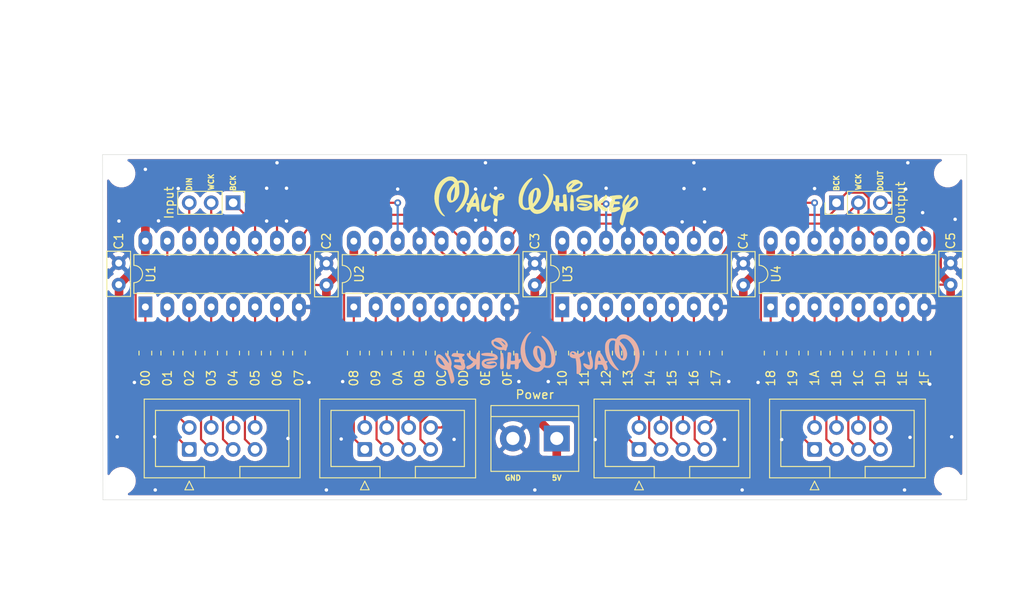
<source format=kicad_pcb>
(kicad_pcb (version 20171130) (host pcbnew "(5.1.8-0-10_14)")
  (layers (0 F.Cu signal) (31 B.Cu signal) (34 B.Paste user hide) (35 F.Paste user hide) (36 B.SilkS user) (37 F.SilkS user) (38 B.Mask user) (39 F.Mask user) (44 Edge.Cuts user))
  (net 0 "")
  (net 1 GND)
  (net 2 VCC)
  (net 3 "Net-(J1-Pad8)")
  (net 4 "Net-(J1-Pad6)")
  (net 5 "Net-(J1-Pad4)")
  (net 6 "Net-(J1-Pad2)")
  (net 7 "Net-(J1-Pad7)")
  (net 8 "Net-(J1-Pad5)")
  (net 9 "Net-(J1-Pad3)")
  (net 10 "Net-(J1-Pad1)")
  (net 11 /DIN)
  (net 12 /WCK)
  (net 13 /BCK)
  (net 14 "Net-(J3-Pad8)")
  (net 15 "Net-(J3-Pad6)")
  (net 16 "Net-(J3-Pad4)")
  (net 17 "Net-(J3-Pad2)")
  (net 18 "Net-(J3-Pad7)")
  (net 19 "Net-(J3-Pad5)")
  (net 20 "Net-(J3-Pad3)")
  (net 21 "Net-(J3-Pad1)")
  (net 22 /DOUT)
  (net 23 "Net-(J5-Pad8)")
  (net 24 "Net-(J5-Pad6)")
  (net 25 "Net-(J5-Pad4)")
  (net 26 "Net-(J5-Pad2)")
  (net 27 "Net-(J5-Pad7)")
  (net 28 "Net-(J5-Pad5)")
  (net 29 "Net-(J5-Pad3)")
  (net 30 "Net-(J5-Pad1)")
  (net 31 "Net-(J6-Pad8)")
  (net 32 "Net-(J6-Pad6)")
  (net 33 "Net-(J6-Pad4)")
  (net 34 "Net-(J6-Pad2)")
  (net 35 "Net-(J6-Pad7)")
  (net 36 "Net-(J6-Pad5)")
  (net 37 "Net-(J6-Pad3)")
  (net 38 "Net-(J6-Pad1)")
  (net 39 "Net-(R1-Pad2)")
  (net 40 "Net-(R2-Pad2)")
  (net 41 "Net-(R3-Pad2)")
  (net 42 "Net-(R4-Pad2)")
  (net 43 "Net-(R5-Pad2)")
  (net 44 "Net-(R6-Pad2)")
  (net 45 "Net-(R7-Pad2)")
  (net 46 "Net-(R8-Pad2)")
  (net 47 "Net-(R9-Pad2)")
  (net 48 "Net-(R10-Pad2)")
  (net 49 "Net-(R11-Pad2)")
  (net 50 "Net-(R12-Pad2)")
  (net 51 "Net-(R13-Pad2)")
  (net 52 "Net-(R14-Pad2)")
  (net 53 "Net-(R15-Pad2)")
  (net 54 "Net-(R16-Pad2)")
  (net 55 "Net-(R17-Pad2)")
  (net 56 "Net-(R18-Pad2)")
  (net 57 "Net-(R19-Pad2)")
  (net 58 "Net-(R20-Pad2)")
  (net 59 "Net-(R21-Pad2)")
  (net 60 "Net-(R22-Pad2)")
  (net 61 "Net-(R23-Pad2)")
  (net 62 "Net-(R24-Pad2)")
  (net 63 "Net-(R25-Pad2)")
  (net 64 "Net-(R26-Pad2)")
  (net 65 "Net-(R27-Pad2)")
  (net 66 "Net-(R28-Pad2)")
  (net 67 "Net-(R29-Pad2)")
  (net 68 "Net-(R30-Pad2)")
  (net 69 "Net-(R31-Pad2)")
  (net 70 "Net-(R32-Pad2)")
  (net 71 "Net-(U1-Pad9)")
  (net 72 "Net-(U2-Pad9)")
  (net 73 "Net-(U3-Pad9)")
  (module Symbol:MaltWhiskey (layer F.Cu) (at 106.2 44.7)
    (fp_text reference G*** hide)
    (fp_text value LOGO hide)
  )
  (module Symbol:MaltWhiskey (layer B.Cu) (at 106.4 63 180)
    (fp_text reference G*** hide)
    (fp_text value LOGO hide)
  )
  (module MountingHole:MountingHole_2.2mm_M2_DIN965 (layer F.Cu) (at 58.2 41.7)
    (fp_text reference REF**)
    (fp_text value MountingHole_2.2mm_M2_DIN965)
    (pad 1 np_thru_hole circle (at 0 0) (size 2.2 2.2) (drill 2.2) (layers *.Cu *.Mask))
  )
  (module MountingHole:MountingHole_2.2mm_M2_DIN965 (layer F.Cu) (at 58.25 77.3)
    (fp_text reference REF**)
    (fp_text value MountingHole_2.2mm_M2_DIN965)
    (pad 1 np_thru_hole circle (at 0 0) (size 2.2 2.2) (drill 2.2) (layers *.Cu *.Mask))
  )
  (module MountingHole:MountingHole_2.2mm_M2_DIN965 (layer F.Cu) (at 153.85 77.3)
    (fp_text reference REF**)
    (fp_text value MountingHole_2.2mm_M2_DIN965)
    (pad 1 np_thru_hole circle (at 0 0) (size 2.2 2.2) (drill 2.2) (layers *.Cu *.Mask))
  )
  (module MountingHole:MountingHole_2.2mm_M2_DIN965 (layer F.Cu) (at 153.85 41.7)
    (fp_text reference REF**)
    (fp_text value MountingHole_2.2mm_M2_DIN965)
    (pad 1 np_thru_hole circle (at 0 0) (size 2.2 2.2) (drill 2.2) (layers *.Cu *.Mask))
  )
  (module TerminalBlock:TerminalBlock_bornier-2_P5.08mm (layer F.Cu) (at 108.585 72.39 180)
    (fp_text reference J7)
    (fp_text value Power (at 2.54 5.08) (layer F.SilkS))
    (pad 1 thru_hole rect (at 0 0 180) (size 3 3) (drill 1.52) (layers *.Cu *.Mask) (net 2 VCC))
    (pad 2 thru_hole circle (at 5.08 0 180) (size 3 3) (drill 1.52) (layers *.Cu *.Mask) (net 1 GND))
  )
  (module Connector_PinHeader_2.54mm:PinHeader_1x03_P2.54mm_Vertical (layer F.Cu) (at 71.12 45.085 270)
    (fp_text reference J2)
    (fp_text value Input (at 0 7.41 90) (layer F.SilkS))
    (pad 3 thru_hole oval (at 0 5.08 270) (size 1.7 1.7) (drill 1) (layers *.Cu *.Mask) (net 11 /DIN))
    (pad 2 thru_hole oval (at 0 2.54 270) (size 1.7 1.7) (drill 1) (layers *.Cu *.Mask) (net 12 /WCK))
    (pad 1 thru_hole rect (at 0 0 270) (size 1.7 1.7) (drill 1) (layers *.Cu *.Mask) (net 13 /BCK))
  )
  (module Connector_PinHeader_2.54mm:PinHeader_1x03_P2.54mm_Vertical (layer F.Cu) (at 140.97 45.085 90)
    (fp_text reference J4)
    (fp_text value Output (at 0 7.41 90) (layer F.SilkS))
    (pad 3 thru_hole oval (at 0 5.08 90) (size 1.7 1.7) (drill 1) (layers *.Cu *.Mask) (net 22 /DOUT))
    (pad 2 thru_hole oval (at 0 2.54 90) (size 1.7 1.7) (drill 1) (layers *.Cu *.Mask) (net 12 /WCK))
    (pad 1 thru_hole rect (at 0 0 90) (size 1.7 1.7) (drill 1) (layers *.Cu *.Mask) (net 13 /BCK))
  )
  (module Package_DIP:DIP-16_W7.62mm_LongPads (layer F.Cu) (at 133.35 57.15 90)
    (fp_text reference U4 (at 3.81 0.635 90) (layer F.SilkS))
    (fp_text value 74AHC595)
    (pad 16 thru_hole oval (at 7.62 0 90) (size 2.4 1.6) (drill 0.8) (layers *.Cu *.Mask) (net 2 VCC))
    (pad 8 thru_hole oval (at 0 17.78 90) (size 2.4 1.6) (drill 0.8) (layers *.Cu *.Mask) (net 1 GND))
    (pad 15 thru_hole oval (at 7.62 2.54 90) (size 2.4 1.6) (drill 0.8) (layers *.Cu *.Mask) (net 63 "Net-(R25-Pad2)"))
    (pad 7 thru_hole oval (at 0 15.24 90) (size 2.4 1.6) (drill 0.8) (layers *.Cu *.Mask) (net 70 "Net-(R32-Pad2)"))
    (pad 14 thru_hole oval (at 7.62 5.08 90) (size 2.4 1.6) (drill 0.8) (layers *.Cu *.Mask) (net 73 "Net-(U3-Pad9)"))
    (pad 6 thru_hole oval (at 0 12.7 90) (size 2.4 1.6) (drill 0.8) (layers *.Cu *.Mask) (net 69 "Net-(R31-Pad2)"))
    (pad 13 thru_hole oval (at 7.62 7.62 90) (size 2.4 1.6) (drill 0.8) (layers *.Cu *.Mask) (net 1 GND))
    (pad 5 thru_hole oval (at 0 10.16 90) (size 2.4 1.6) (drill 0.8) (layers *.Cu *.Mask) (net 68 "Net-(R30-Pad2)"))
    (pad 12 thru_hole oval (at 7.62 10.16 90) (size 2.4 1.6) (drill 0.8) (layers *.Cu *.Mask) (net 12 /WCK))
    (pad 4 thru_hole oval (at 0 7.62 90) (size 2.4 1.6) (drill 0.8) (layers *.Cu *.Mask) (net 67 "Net-(R29-Pad2)"))
    (pad 11 thru_hole oval (at 7.62 12.7 90) (size 2.4 1.6) (drill 0.8) (layers *.Cu *.Mask) (net 13 /BCK))
    (pad 3 thru_hole oval (at 0 5.08 90) (size 2.4 1.6) (drill 0.8) (layers *.Cu *.Mask) (net 66 "Net-(R28-Pad2)"))
    (pad 10 thru_hole oval (at 7.62 15.24 90) (size 2.4 1.6) (drill 0.8) (layers *.Cu *.Mask) (net 2 VCC))
    (pad 2 thru_hole oval (at 0 2.54 90) (size 2.4 1.6) (drill 0.8) (layers *.Cu *.Mask) (net 65 "Net-(R27-Pad2)"))
    (pad 9 thru_hole oval (at 7.62 17.78 90) (size 2.4 1.6) (drill 0.8) (layers *.Cu *.Mask) (net 22 /DOUT))
    (pad 1 thru_hole rect (at 0 0 90) (size 2.4 1.6) (drill 0.8) (layers *.Cu *.Mask) (net 64 "Net-(R26-Pad2)"))
  )
  (module Package_DIP:DIP-16_W7.62mm_LongPads (layer F.Cu) (at 109.22 57.15 90)
    (fp_text reference U3 (at 3.81 0.635 90) (layer F.SilkS))
    (fp_text value 74AHC595)
    (pad 16 thru_hole oval (at 7.62 0 90) (size 2.4 1.6) (drill 0.8) (layers *.Cu *.Mask) (net 2 VCC))
    (pad 8 thru_hole oval (at 0 17.78 90) (size 2.4 1.6) (drill 0.8) (layers *.Cu *.Mask) (net 1 GND))
    (pad 15 thru_hole oval (at 7.62 2.54 90) (size 2.4 1.6) (drill 0.8) (layers *.Cu *.Mask) (net 55 "Net-(R17-Pad2)"))
    (pad 7 thru_hole oval (at 0 15.24 90) (size 2.4 1.6) (drill 0.8) (layers *.Cu *.Mask) (net 62 "Net-(R24-Pad2)"))
    (pad 14 thru_hole oval (at 7.62 5.08 90) (size 2.4 1.6) (drill 0.8) (layers *.Cu *.Mask) (net 72 "Net-(U2-Pad9)"))
    (pad 6 thru_hole oval (at 0 12.7 90) (size 2.4 1.6) (drill 0.8) (layers *.Cu *.Mask) (net 61 "Net-(R23-Pad2)"))
    (pad 13 thru_hole oval (at 7.62 7.62 90) (size 2.4 1.6) (drill 0.8) (layers *.Cu *.Mask) (net 1 GND))
    (pad 5 thru_hole oval (at 0 10.16 90) (size 2.4 1.6) (drill 0.8) (layers *.Cu *.Mask) (net 60 "Net-(R22-Pad2)"))
    (pad 12 thru_hole oval (at 7.62 10.16 90) (size 2.4 1.6) (drill 0.8) (layers *.Cu *.Mask) (net 12 /WCK))
    (pad 4 thru_hole oval (at 0 7.62 90) (size 2.4 1.6) (drill 0.8) (layers *.Cu *.Mask) (net 59 "Net-(R21-Pad2)"))
    (pad 11 thru_hole oval (at 7.62 12.7 90) (size 2.4 1.6) (drill 0.8) (layers *.Cu *.Mask) (net 13 /BCK))
    (pad 3 thru_hole oval (at 0 5.08 90) (size 2.4 1.6) (drill 0.8) (layers *.Cu *.Mask) (net 58 "Net-(R20-Pad2)"))
    (pad 10 thru_hole oval (at 7.62 15.24 90) (size 2.4 1.6) (drill 0.8) (layers *.Cu *.Mask) (net 2 VCC))
    (pad 2 thru_hole oval (at 0 2.54 90) (size 2.4 1.6) (drill 0.8) (layers *.Cu *.Mask) (net 57 "Net-(R19-Pad2)"))
    (pad 9 thru_hole oval (at 7.62 17.78 90) (size 2.4 1.6) (drill 0.8) (layers *.Cu *.Mask) (net 73 "Net-(U3-Pad9)"))
    (pad 1 thru_hole rect (at 0 0 90) (size 2.4 1.6) (drill 0.8) (layers *.Cu *.Mask) (net 56 "Net-(R18-Pad2)"))
  )
  (module Package_DIP:DIP-16_W7.62mm_LongPads (layer F.Cu) (at 85.09 57.15 90)
    (fp_text reference U2 (at 3.81 0.635 90) (layer F.SilkS))
    (fp_text value 74AHC595)
    (pad 16 thru_hole oval (at 7.62 0 90) (size 2.4 1.6) (drill 0.8) (layers *.Cu *.Mask) (net 2 VCC))
    (pad 8 thru_hole oval (at 0 17.78 90) (size 2.4 1.6) (drill 0.8) (layers *.Cu *.Mask) (net 1 GND))
    (pad 15 thru_hole oval (at 7.62 2.54 90) (size 2.4 1.6) (drill 0.8) (layers *.Cu *.Mask) (net 47 "Net-(R9-Pad2)"))
    (pad 7 thru_hole oval (at 0 15.24 90) (size 2.4 1.6) (drill 0.8) (layers *.Cu *.Mask) (net 54 "Net-(R16-Pad2)"))
    (pad 14 thru_hole oval (at 7.62 5.08 90) (size 2.4 1.6) (drill 0.8) (layers *.Cu *.Mask) (net 71 "Net-(U1-Pad9)"))
    (pad 6 thru_hole oval (at 0 12.7 90) (size 2.4 1.6) (drill 0.8) (layers *.Cu *.Mask) (net 53 "Net-(R15-Pad2)"))
    (pad 13 thru_hole oval (at 7.62 7.62 90) (size 2.4 1.6) (drill 0.8) (layers *.Cu *.Mask) (net 1 GND))
    (pad 5 thru_hole oval (at 0 10.16 90) (size 2.4 1.6) (drill 0.8) (layers *.Cu *.Mask) (net 52 "Net-(R14-Pad2)"))
    (pad 12 thru_hole oval (at 7.62 10.16 90) (size 2.4 1.6) (drill 0.8) (layers *.Cu *.Mask) (net 12 /WCK))
    (pad 4 thru_hole oval (at 0 7.62 90) (size 2.4 1.6) (drill 0.8) (layers *.Cu *.Mask) (net 51 "Net-(R13-Pad2)"))
    (pad 11 thru_hole oval (at 7.62 12.7 90) (size 2.4 1.6) (drill 0.8) (layers *.Cu *.Mask) (net 13 /BCK))
    (pad 3 thru_hole oval (at 0 5.08 90) (size 2.4 1.6) (drill 0.8) (layers *.Cu *.Mask) (net 50 "Net-(R12-Pad2)"))
    (pad 10 thru_hole oval (at 7.62 15.24 90) (size 2.4 1.6) (drill 0.8) (layers *.Cu *.Mask) (net 2 VCC))
    (pad 2 thru_hole oval (at 0 2.54 90) (size 2.4 1.6) (drill 0.8) (layers *.Cu *.Mask) (net 49 "Net-(R11-Pad2)"))
    (pad 9 thru_hole oval (at 7.62 17.78 90) (size 2.4 1.6) (drill 0.8) (layers *.Cu *.Mask) (net 72 "Net-(U2-Pad9)"))
    (pad 1 thru_hole rect (at 0 0 90) (size 2.4 1.6) (drill 0.8) (layers *.Cu *.Mask) (net 48 "Net-(R10-Pad2)"))
  )
  (module Package_DIP:DIP-16_W7.62mm_LongPads (layer F.Cu) (at 60.96 57.15 90)
    (fp_text reference U1 (at 3.81 0.635 90) (layer F.SilkS))
    (fp_text value 74AHC595)
    (pad 16 thru_hole oval (at 7.62 0 90) (size 2.4 1.6) (drill 0.8) (layers *.Cu *.Mask) (net 2 VCC))
    (pad 8 thru_hole oval (at 0 17.78 90) (size 2.4 1.6) (drill 0.8) (layers *.Cu *.Mask) (net 1 GND))
    (pad 15 thru_hole oval (at 7.62 2.54 90) (size 2.4 1.6) (drill 0.8) (layers *.Cu *.Mask) (net 39 "Net-(R1-Pad2)"))
    (pad 7 thru_hole oval (at 0 15.24 90) (size 2.4 1.6) (drill 0.8) (layers *.Cu *.Mask) (net 46 "Net-(R8-Pad2)"))
    (pad 14 thru_hole oval (at 7.62 5.08 90) (size 2.4 1.6) (drill 0.8) (layers *.Cu *.Mask) (net 11 /DIN))
    (pad 6 thru_hole oval (at 0 12.7 90) (size 2.4 1.6) (drill 0.8) (layers *.Cu *.Mask) (net 45 "Net-(R7-Pad2)"))
    (pad 13 thru_hole oval (at 7.62 7.62 90) (size 2.4 1.6) (drill 0.8) (layers *.Cu *.Mask) (net 1 GND))
    (pad 5 thru_hole oval (at 0 10.16 90) (size 2.4 1.6) (drill 0.8) (layers *.Cu *.Mask) (net 44 "Net-(R6-Pad2)"))
    (pad 12 thru_hole oval (at 7.62 10.16 90) (size 2.4 1.6) (drill 0.8) (layers *.Cu *.Mask) (net 12 /WCK))
    (pad 4 thru_hole oval (at 0 7.62 90) (size 2.4 1.6) (drill 0.8) (layers *.Cu *.Mask) (net 43 "Net-(R5-Pad2)"))
    (pad 11 thru_hole oval (at 7.62 12.7 90) (size 2.4 1.6) (drill 0.8) (layers *.Cu *.Mask) (net 13 /BCK))
    (pad 3 thru_hole oval (at 0 5.08 90) (size 2.4 1.6) (drill 0.8) (layers *.Cu *.Mask) (net 42 "Net-(R4-Pad2)"))
    (pad 10 thru_hole oval (at 7.62 15.24 90) (size 2.4 1.6) (drill 0.8) (layers *.Cu *.Mask) (net 2 VCC))
    (pad 2 thru_hole oval (at 0 2.54 90) (size 2.4 1.6) (drill 0.8) (layers *.Cu *.Mask) (net 41 "Net-(R3-Pad2)"))
    (pad 9 thru_hole oval (at 7.62 17.78 90) (size 2.4 1.6) (drill 0.8) (layers *.Cu *.Mask) (net 71 "Net-(U1-Pad9)"))
    (pad 1 thru_hole rect (at 0 0 90) (size 2.4 1.6) (drill 0.8) (layers *.Cu *.Mask) (net 40 "Net-(R2-Pad2)"))
  )
  (module Resistor_SMD:R_0805_2012Metric_Pad1.20x1.40mm_HandSolder (layer F.Cu) (at 151.13 62.5 90)
    (fp_text reference R32)
    (fp_text value 1F (at -2.905 0 90) (layer F.SilkS))
    (pad 2 smd roundrect (at 1 0 90) (size 1.2 1.4) (layers F.Cu F.Paste F.Mask) (roundrect_rratio 0.2083325) (net 70 "Net-(R32-Pad2)"))
    (pad 1 smd roundrect (at -1 0 90) (size 1.2 1.4) (layers F.Cu F.Paste F.Mask) (roundrect_rratio 0.2083325) (net 31 "Net-(J6-Pad8)"))
  )
  (module Resistor_SMD:R_0805_2012Metric_Pad1.20x1.40mm_HandSolder (layer F.Cu) (at 148.59 62.5 90)
    (fp_text reference R31)
    (fp_text value 1E (at -2.905 0 90) (layer F.SilkS))
    (pad 2 smd roundrect (at 1 0 90) (size 1.2 1.4) (layers F.Cu F.Paste F.Mask) (roundrect_rratio 0.2083325) (net 69 "Net-(R31-Pad2)"))
    (pad 1 smd roundrect (at -1 0 90) (size 1.2 1.4) (layers F.Cu F.Paste F.Mask) (roundrect_rratio 0.2083325) (net 35 "Net-(J6-Pad7)"))
  )
  (module Resistor_SMD:R_0805_2012Metric_Pad1.20x1.40mm_HandSolder (layer F.Cu) (at 146.05 62.5 90)
    (fp_text reference R30)
    (fp_text value 1D (at -2.905 0 90) (layer F.SilkS))
    (pad 2 smd roundrect (at 1 0 90) (size 1.2 1.4) (layers F.Cu F.Paste F.Mask) (roundrect_rratio 0.2083325) (net 68 "Net-(R30-Pad2)"))
    (pad 1 smd roundrect (at -1 0 90) (size 1.2 1.4) (layers F.Cu F.Paste F.Mask) (roundrect_rratio 0.2083325) (net 32 "Net-(J6-Pad6)"))
  )
  (module Resistor_SMD:R_0805_2012Metric_Pad1.20x1.40mm_HandSolder (layer F.Cu) (at 143.51 62.5 90)
    (fp_text reference R29)
    (fp_text value 1C (at -2.905 0 90) (layer F.SilkS))
    (pad 2 smd roundrect (at 1 0 90) (size 1.2 1.4) (layers F.Cu F.Paste F.Mask) (roundrect_rratio 0.2083325) (net 67 "Net-(R29-Pad2)"))
    (pad 1 smd roundrect (at -1 0 90) (size 1.2 1.4) (layers F.Cu F.Paste F.Mask) (roundrect_rratio 0.2083325) (net 36 "Net-(J6-Pad5)"))
  )
  (module Resistor_SMD:R_0805_2012Metric_Pad1.20x1.40mm_HandSolder (layer F.Cu) (at 140.97 62.5 90)
    (fp_text reference R28)
    (fp_text value 1B (at -2.905 0 90) (layer F.SilkS))
    (pad 2 smd roundrect (at 1 0 90) (size 1.2 1.4) (layers F.Cu F.Paste F.Mask) (roundrect_rratio 0.2083325) (net 66 "Net-(R28-Pad2)"))
    (pad 1 smd roundrect (at -1 0 90) (size 1.2 1.4) (layers F.Cu F.Paste F.Mask) (roundrect_rratio 0.2083325) (net 33 "Net-(J6-Pad4)"))
  )
  (module Resistor_SMD:R_0805_2012Metric_Pad1.20x1.40mm_HandSolder (layer F.Cu) (at 138.43 62.5 90)
    (fp_text reference R27)
    (fp_text value 1A (at -2.905 0 90) (layer F.SilkS))
    (pad 2 smd roundrect (at 1 0 90) (size 1.2 1.4) (layers F.Cu F.Paste F.Mask) (roundrect_rratio 0.2083325) (net 65 "Net-(R27-Pad2)"))
    (pad 1 smd roundrect (at -1 0 90) (size 1.2 1.4) (layers F.Cu F.Paste F.Mask) (roundrect_rratio 0.2083325) (net 37 "Net-(J6-Pad3)"))
  )
  (module Resistor_SMD:R_0805_2012Metric_Pad1.20x1.40mm_HandSolder (layer F.Cu) (at 135.89 62.5 90)
    (fp_text reference R26)
    (fp_text value 19 (at -2.905 0 90) (layer F.SilkS))
    (pad 2 smd roundrect (at 1 0 90) (size 1.2 1.4) (layers F.Cu F.Paste F.Mask) (roundrect_rratio 0.2083325) (net 64 "Net-(R26-Pad2)"))
    (pad 1 smd roundrect (at -1 0 90) (size 1.2 1.4) (layers F.Cu F.Paste F.Mask) (roundrect_rratio 0.2083325) (net 34 "Net-(J6-Pad2)"))
  )
  (module Resistor_SMD:R_0805_2012Metric_Pad1.20x1.40mm_HandSolder (layer F.Cu) (at 133.35 62.5 90)
    (fp_text reference R25)
    (fp_text value 18 (at -2.905 0 90) (layer F.SilkS))
    (pad 2 smd roundrect (at 1 0 90) (size 1.2 1.4) (layers F.Cu F.Paste F.Mask) (roundrect_rratio 0.2083325) (net 63 "Net-(R25-Pad2)"))
    (pad 1 smd roundrect (at -1 0 90) (size 1.2 1.4) (layers F.Cu F.Paste F.Mask) (roundrect_rratio 0.2083325) (net 38 "Net-(J6-Pad1)"))
  )
  (module Resistor_SMD:R_0805_2012Metric_Pad1.20x1.40mm_HandSolder (layer F.Cu) (at 127 62.5 90)
    (fp_text reference R24)
    (fp_text value 17 (at -2.905 0 90) (layer F.SilkS))
    (pad 2 smd roundrect (at 1 0 90) (size 1.2 1.4) (layers F.Cu F.Paste F.Mask) (roundrect_rratio 0.2083325) (net 62 "Net-(R24-Pad2)"))
    (pad 1 smd roundrect (at -1 0 90) (size 1.2 1.4) (layers F.Cu F.Paste F.Mask) (roundrect_rratio 0.2083325) (net 23 "Net-(J5-Pad8)"))
  )
  (module Resistor_SMD:R_0805_2012Metric_Pad1.20x1.40mm_HandSolder (layer F.Cu) (at 124.46 62.5 90)
    (fp_text reference R23)
    (fp_text value 16 (at -2.905 0 90) (layer F.SilkS))
    (pad 2 smd roundrect (at 1 0 90) (size 1.2 1.4) (layers F.Cu F.Paste F.Mask) (roundrect_rratio 0.2083325) (net 61 "Net-(R23-Pad2)"))
    (pad 1 smd roundrect (at -1 0 90) (size 1.2 1.4) (layers F.Cu F.Paste F.Mask) (roundrect_rratio 0.2083325) (net 27 "Net-(J5-Pad7)"))
  )
  (module Resistor_SMD:R_0805_2012Metric_Pad1.20x1.40mm_HandSolder (layer F.Cu) (at 121.92 62.5 90)
    (fp_text reference R22)
    (fp_text value 15 (at -2.905 0 90) (layer F.SilkS))
    (pad 2 smd roundrect (at 1 0 90) (size 1.2 1.4) (layers F.Cu F.Paste F.Mask) (roundrect_rratio 0.2083325) (net 60 "Net-(R22-Pad2)"))
    (pad 1 smd roundrect (at -1 0 90) (size 1.2 1.4) (layers F.Cu F.Paste F.Mask) (roundrect_rratio 0.2083325) (net 24 "Net-(J5-Pad6)"))
  )
  (module Resistor_SMD:R_0805_2012Metric_Pad1.20x1.40mm_HandSolder (layer F.Cu) (at 119.38 62.5 90)
    (fp_text reference R21)
    (fp_text value 14 (at -2.905 0 90) (layer F.SilkS))
    (pad 2 smd roundrect (at 1 0 90) (size 1.2 1.4) (layers F.Cu F.Paste F.Mask) (roundrect_rratio 0.2083325) (net 59 "Net-(R21-Pad2)"))
    (pad 1 smd roundrect (at -1 0 90) (size 1.2 1.4) (layers F.Cu F.Paste F.Mask) (roundrect_rratio 0.2083325) (net 28 "Net-(J5-Pad5)"))
  )
  (module Resistor_SMD:R_0805_2012Metric_Pad1.20x1.40mm_HandSolder (layer F.Cu) (at 116.84 62.5 90)
    (fp_text reference R20)
    (fp_text value 13 (at -2.905 0 90) (layer F.SilkS))
    (pad 2 smd roundrect (at 1 0 90) (size 1.2 1.4) (layers F.Cu F.Paste F.Mask) (roundrect_rratio 0.2083325) (net 58 "Net-(R20-Pad2)"))
    (pad 1 smd roundrect (at -1 0 90) (size 1.2 1.4) (layers F.Cu F.Paste F.Mask) (roundrect_rratio 0.2083325) (net 25 "Net-(J5-Pad4)"))
  )
  (module Resistor_SMD:R_0805_2012Metric_Pad1.20x1.40mm_HandSolder (layer F.Cu) (at 114.3 62.5 90)
    (fp_text reference R19)
    (fp_text value 12 (at -2.905 0 90) (layer F.SilkS))
    (pad 2 smd roundrect (at 1 0 90) (size 1.2 1.4) (layers F.Cu F.Paste F.Mask) (roundrect_rratio 0.2083325) (net 57 "Net-(R19-Pad2)"))
    (pad 1 smd roundrect (at -1 0 90) (size 1.2 1.4) (layers F.Cu F.Paste F.Mask) (roundrect_rratio 0.2083325) (net 29 "Net-(J5-Pad3)"))
  )
  (module Resistor_SMD:R_0805_2012Metric_Pad1.20x1.40mm_HandSolder (layer F.Cu) (at 111.76 62.5 90)
    (fp_text reference R18)
    (fp_text value 11 (at -2.905 0 90) (layer F.SilkS))
    (pad 2 smd roundrect (at 1 0 90) (size 1.2 1.4) (layers F.Cu F.Paste F.Mask) (roundrect_rratio 0.2083325) (net 56 "Net-(R18-Pad2)"))
    (pad 1 smd roundrect (at -1 0 90) (size 1.2 1.4) (layers F.Cu F.Paste F.Mask) (roundrect_rratio 0.2083325) (net 26 "Net-(J5-Pad2)"))
  )
  (module Resistor_SMD:R_0805_2012Metric_Pad1.20x1.40mm_HandSolder (layer F.Cu) (at 109.22 62.5 90)
    (fp_text reference R17)
    (fp_text value 10 (at -2.905 0 90) (layer F.SilkS))
    (pad 2 smd roundrect (at 1 0 90) (size 1.2 1.4) (layers F.Cu F.Paste F.Mask) (roundrect_rratio 0.2083325) (net 55 "Net-(R17-Pad2)"))
    (pad 1 smd roundrect (at -1 0 90) (size 1.2 1.4) (layers F.Cu F.Paste F.Mask) (roundrect_rratio 0.2083325) (net 30 "Net-(J5-Pad1)"))
  )
  (module Resistor_SMD:R_0805_2012Metric_Pad1.20x1.40mm_HandSolder (layer F.Cu) (at 102.87 62.5 90)
    (fp_text reference R16)
    (fp_text value 0F (at -2.905 0 90) (layer F.SilkS))
    (pad 2 smd roundrect (at 1 0 90) (size 1.2 1.4) (layers F.Cu F.Paste F.Mask) (roundrect_rratio 0.2083325) (net 54 "Net-(R16-Pad2)"))
    (pad 1 smd roundrect (at -1 0 90) (size 1.2 1.4) (layers F.Cu F.Paste F.Mask) (roundrect_rratio 0.2083325) (net 14 "Net-(J3-Pad8)"))
  )
  (module Resistor_SMD:R_0805_2012Metric_Pad1.20x1.40mm_HandSolder (layer F.Cu) (at 100.33 62.5 90)
    (fp_text reference R15)
    (fp_text value 0E (at -2.905 0 90) (layer F.SilkS))
    (pad 2 smd roundrect (at 1 0 90) (size 1.2 1.4) (layers F.Cu F.Paste F.Mask) (roundrect_rratio 0.2083325) (net 53 "Net-(R15-Pad2)"))
    (pad 1 smd roundrect (at -1 0 90) (size 1.2 1.4) (layers F.Cu F.Paste F.Mask) (roundrect_rratio 0.2083325) (net 18 "Net-(J3-Pad7)"))
  )
  (module Resistor_SMD:R_0805_2012Metric_Pad1.20x1.40mm_HandSolder (layer F.Cu) (at 97.79 62.5 90)
    (fp_text reference R14)
    (fp_text value 0D (at -2.905 0 90) (layer F.SilkS))
    (pad 2 smd roundrect (at 1 0 90) (size 1.2 1.4) (layers F.Cu F.Paste F.Mask) (roundrect_rratio 0.2083325) (net 52 "Net-(R14-Pad2)"))
    (pad 1 smd roundrect (at -1 0 90) (size 1.2 1.4) (layers F.Cu F.Paste F.Mask) (roundrect_rratio 0.2083325) (net 15 "Net-(J3-Pad6)"))
  )
  (module Resistor_SMD:R_0805_2012Metric_Pad1.20x1.40mm_HandSolder (layer F.Cu) (at 95.25 62.5 90)
    (fp_text reference R13)
    (fp_text value 0C (at -2.905 0 90) (layer F.SilkS))
    (pad 2 smd roundrect (at 1 0 90) (size 1.2 1.4) (layers F.Cu F.Paste F.Mask) (roundrect_rratio 0.2083325) (net 51 "Net-(R13-Pad2)"))
    (pad 1 smd roundrect (at -1 0 90) (size 1.2 1.4) (layers F.Cu F.Paste F.Mask) (roundrect_rratio 0.2083325) (net 19 "Net-(J3-Pad5)"))
  )
  (module Resistor_SMD:R_0805_2012Metric_Pad1.20x1.40mm_HandSolder (layer F.Cu) (at 92.71 62.5 90)
    (fp_text reference R12)
    (fp_text value 0B (at -2.905 0 90) (layer F.SilkS))
    (pad 2 smd roundrect (at 1 0 90) (size 1.2 1.4) (layers F.Cu F.Paste F.Mask) (roundrect_rratio 0.2083325) (net 50 "Net-(R12-Pad2)"))
    (pad 1 smd roundrect (at -1 0 90) (size 1.2 1.4) (layers F.Cu F.Paste F.Mask) (roundrect_rratio 0.2083325) (net 16 "Net-(J3-Pad4)"))
  )
  (module Resistor_SMD:R_0805_2012Metric_Pad1.20x1.40mm_HandSolder (layer F.Cu) (at 90.17 62.5 90)
    (fp_text reference R11)
    (fp_text value 0A (at -2.905 0 90) (layer F.SilkS))
    (pad 2 smd roundrect (at 1 0 90) (size 1.2 1.4) (layers F.Cu F.Paste F.Mask) (roundrect_rratio 0.2083325) (net 49 "Net-(R11-Pad2)"))
    (pad 1 smd roundrect (at -1 0 90) (size 1.2 1.4) (layers F.Cu F.Paste F.Mask) (roundrect_rratio 0.2083325) (net 20 "Net-(J3-Pad3)"))
  )
  (module Resistor_SMD:R_0805_2012Metric_Pad1.20x1.40mm_HandSolder (layer F.Cu) (at 87.63 62.5 90)
    (fp_text reference R10)
    (fp_text value 09 (at -2.905 0 90) (layer F.SilkS))
    (pad 2 smd roundrect (at 1 0 90) (size 1.2 1.4) (layers F.Cu F.Paste F.Mask) (roundrect_rratio 0.2083325) (net 48 "Net-(R10-Pad2)"))
    (pad 1 smd roundrect (at -1 0 90) (size 1.2 1.4) (layers F.Cu F.Paste F.Mask) (roundrect_rratio 0.2083325) (net 17 "Net-(J3-Pad2)"))
  )
  (module Resistor_SMD:R_0805_2012Metric_Pad1.20x1.40mm_HandSolder (layer F.Cu) (at 85.09 62.5 90)
    (fp_text reference R9)
    (fp_text value 08 (at -2.905 0 90) (layer F.SilkS))
    (pad 2 smd roundrect (at 1 0 90) (size 1.2 1.4) (layers F.Cu F.Paste F.Mask) (roundrect_rratio 0.2083325) (net 47 "Net-(R9-Pad2)"))
    (pad 1 smd roundrect (at -1 0 90) (size 1.2 1.4) (layers F.Cu F.Paste F.Mask) (roundrect_rratio 0.2083325) (net 21 "Net-(J3-Pad1)"))
  )
  (module Resistor_SMD:R_0805_2012Metric_Pad1.20x1.40mm_HandSolder (layer F.Cu) (at 78.74 62.5 90)
    (fp_text reference R8)
    (fp_text value 07 (at -2.905 0 90) (layer F.SilkS))
    (pad 2 smd roundrect (at 1 0 90) (size 1.2 1.4) (layers F.Cu F.Paste F.Mask) (roundrect_rratio 0.2083325) (net 46 "Net-(R8-Pad2)"))
    (pad 1 smd roundrect (at -1 0 90) (size 1.2 1.4) (layers F.Cu F.Paste F.Mask) (roundrect_rratio 0.2083325) (net 3 "Net-(J1-Pad8)"))
  )
  (module Resistor_SMD:R_0805_2012Metric_Pad1.20x1.40mm_HandSolder (layer F.Cu) (at 76.2 62.5 90)
    (fp_text reference R7)
    (fp_text value 06 (at -2.905 0 90) (layer F.SilkS))
    (pad 2 smd roundrect (at 1 0 90) (size 1.2 1.4) (layers F.Cu F.Paste F.Mask) (roundrect_rratio 0.2083325) (net 45 "Net-(R7-Pad2)"))
    (pad 1 smd roundrect (at -1 0 90) (size 1.2 1.4) (layers F.Cu F.Paste F.Mask) (roundrect_rratio 0.2083325) (net 7 "Net-(J1-Pad7)"))
  )
  (module Resistor_SMD:R_0805_2012Metric_Pad1.20x1.40mm_HandSolder (layer F.Cu) (at 73.66 62.5 90)
    (fp_text reference R6)
    (fp_text value 05 (at -2.905 0 90) (layer F.SilkS))
    (pad 2 smd roundrect (at 1 0 90) (size 1.2 1.4) (layers F.Cu F.Paste F.Mask) (roundrect_rratio 0.2083325) (net 44 "Net-(R6-Pad2)"))
    (pad 1 smd roundrect (at -1 0 90) (size 1.2 1.4) (layers F.Cu F.Paste F.Mask) (roundrect_rratio 0.2083325) (net 4 "Net-(J1-Pad6)"))
  )
  (module Resistor_SMD:R_0805_2012Metric_Pad1.20x1.40mm_HandSolder (layer F.Cu) (at 71.12 62.5 90)
    (fp_text reference R5)
    (fp_text value 04 (at -2.905 0 90) (layer F.SilkS))
    (pad 2 smd roundrect (at 1 0 90) (size 1.2 1.4) (layers F.Cu F.Paste F.Mask) (roundrect_rratio 0.2083325) (net 43 "Net-(R5-Pad2)"))
    (pad 1 smd roundrect (at -1 0 90) (size 1.2 1.4) (layers F.Cu F.Paste F.Mask) (roundrect_rratio 0.2083325) (net 8 "Net-(J1-Pad5)"))
  )
  (module Resistor_SMD:R_0805_2012Metric_Pad1.20x1.40mm_HandSolder (layer F.Cu) (at 68.58 62.5 90)
    (fp_text reference R4)
    (fp_text value 03 (at -2.905 0 90) (layer F.SilkS))
    (pad 2 smd roundrect (at 1 0 90) (size 1.2 1.4) (layers F.Cu F.Paste F.Mask) (roundrect_rratio 0.2083325) (net 42 "Net-(R4-Pad2)"))
    (pad 1 smd roundrect (at -1 0 90) (size 1.2 1.4) (layers F.Cu F.Paste F.Mask) (roundrect_rratio 0.2083325) (net 5 "Net-(J1-Pad4)"))
  )
  (module Resistor_SMD:R_0805_2012Metric_Pad1.20x1.40mm_HandSolder (layer F.Cu) (at 66.04 62.5 90)
    (fp_text reference R3)
    (fp_text value 02 (at -2.905 0 90) (layer F.SilkS))
    (pad 2 smd roundrect (at 1 0 90) (size 1.2 1.4) (layers F.Cu F.Paste F.Mask) (roundrect_rratio 0.2083325) (net 41 "Net-(R3-Pad2)"))
    (pad 1 smd roundrect (at -1 0 90) (size 1.2 1.4) (layers F.Cu F.Paste F.Mask) (roundrect_rratio 0.2083325) (net 9 "Net-(J1-Pad3)"))
  )
  (module Resistor_SMD:R_0805_2012Metric_Pad1.20x1.40mm_HandSolder (layer F.Cu) (at 63.5 62.5 90)
    (fp_text reference R2)
    (fp_text value 01 (at -2.905 0 90) (layer F.SilkS))
    (pad 2 smd roundrect (at 1 0 90) (size 1.2 1.4) (layers F.Cu F.Paste F.Mask) (roundrect_rratio 0.2083325) (net 40 "Net-(R2-Pad2)"))
    (pad 1 smd roundrect (at -1 0 90) (size 1.2 1.4) (layers F.Cu F.Paste F.Mask) (roundrect_rratio 0.2083325) (net 6 "Net-(J1-Pad2)"))
  )
  (module Resistor_SMD:R_0805_2012Metric_Pad1.20x1.40mm_HandSolder (layer F.Cu) (at 60.96 62.5 90)
    (fp_text reference R1)
    (fp_text value 00 (at -2.905 0 90) (layer F.SilkS))
    (pad 2 smd roundrect (at 1 0 90) (size 1.2 1.4) (layers F.Cu F.Paste F.Mask) (roundrect_rratio 0.2083325) (net 39 "Net-(R1-Pad2)"))
    (pad 1 smd roundrect (at -1 0 90) (size 1.2 1.4) (layers F.Cu F.Paste F.Mask) (roundrect_rratio 0.2083325) (net 10 "Net-(J1-Pad1)"))
  )
  (module Connector_IDC:IDC-Header_2x04_P2.54mm_Vertical (layer F.Cu) (at 138.43 73.66 90)
    (fp_text reference J6)
    (fp_text value "Bit 24-31")
    (pad 1 thru_hole roundrect (at 0 0 90) (size 1.7 1.7) (drill 1) (layers *.Cu *.Mask) (roundrect_rratio 0.1470588235294118) (net 38 "Net-(J6-Pad1)"))
    (pad 3 thru_hole circle (at 0 2.54 90) (size 1.7 1.7) (drill 1) (layers *.Cu *.Mask) (net 37 "Net-(J6-Pad3)"))
    (pad 5 thru_hole circle (at 0 5.08 90) (size 1.7 1.7) (drill 1) (layers *.Cu *.Mask) (net 36 "Net-(J6-Pad5)"))
    (pad 7 thru_hole circle (at 0 7.62 90) (size 1.7 1.7) (drill 1) (layers *.Cu *.Mask) (net 35 "Net-(J6-Pad7)"))
    (pad 2 thru_hole circle (at 2.54 0 90) (size 1.7 1.7) (drill 1) (layers *.Cu *.Mask) (net 34 "Net-(J6-Pad2)"))
    (pad 4 thru_hole circle (at 2.54 2.54 90) (size 1.7 1.7) (drill 1) (layers *.Cu *.Mask) (net 33 "Net-(J6-Pad4)"))
    (pad 6 thru_hole circle (at 2.54 5.08 90) (size 1.7 1.7) (drill 1) (layers *.Cu *.Mask) (net 32 "Net-(J6-Pad6)"))
    (pad 8 thru_hole circle (at 2.54 7.62 90) (size 1.7 1.7) (drill 1) (layers *.Cu *.Mask) (net 31 "Net-(J6-Pad8)"))
  )
  (module Connector_IDC:IDC-Header_2x04_P2.54mm_Vertical (layer F.Cu) (at 118.11 73.66 90)
    (fp_text reference J5)
    (fp_text value "Bit 16-23")
    (pad 1 thru_hole roundrect (at 0 0 90) (size 1.7 1.7) (drill 1) (layers *.Cu *.Mask) (roundrect_rratio 0.1470588235294118) (net 30 "Net-(J5-Pad1)"))
    (pad 3 thru_hole circle (at 0 2.54 90) (size 1.7 1.7) (drill 1) (layers *.Cu *.Mask) (net 29 "Net-(J5-Pad3)"))
    (pad 5 thru_hole circle (at 0 5.08 90) (size 1.7 1.7) (drill 1) (layers *.Cu *.Mask) (net 28 "Net-(J5-Pad5)"))
    (pad 7 thru_hole circle (at 0 7.62 90) (size 1.7 1.7) (drill 1) (layers *.Cu *.Mask) (net 27 "Net-(J5-Pad7)"))
    (pad 2 thru_hole circle (at 2.54 0 90) (size 1.7 1.7) (drill 1) (layers *.Cu *.Mask) (net 26 "Net-(J5-Pad2)"))
    (pad 4 thru_hole circle (at 2.54 2.54 90) (size 1.7 1.7) (drill 1) (layers *.Cu *.Mask) (net 25 "Net-(J5-Pad4)"))
    (pad 6 thru_hole circle (at 2.54 5.08 90) (size 1.7 1.7) (drill 1) (layers *.Cu *.Mask) (net 24 "Net-(J5-Pad6)"))
    (pad 8 thru_hole circle (at 2.54 7.62 90) (size 1.7 1.7) (drill 1) (layers *.Cu *.Mask) (net 23 "Net-(J5-Pad8)"))
  )
  (module Connector_IDC:IDC-Header_2x04_P2.54mm_Vertical (layer F.Cu) (at 86.36 73.66 90)
    (fp_text reference J3)
    (fp_text value "Bit 8-15")
    (pad 8 thru_hole circle (at 2.54 7.62 90) (size 1.7 1.7) (drill 1) (layers *.Cu *.Mask) (net 14 "Net-(J3-Pad8)"))
    (pad 6 thru_hole circle (at 2.54 5.08 90) (size 1.7 1.7) (drill 1) (layers *.Cu *.Mask) (net 15 "Net-(J3-Pad6)"))
    (pad 4 thru_hole circle (at 2.54 2.54 90) (size 1.7 1.7) (drill 1) (layers *.Cu *.Mask) (net 16 "Net-(J3-Pad4)"))
    (pad 2 thru_hole circle (at 2.54 0 90) (size 1.7 1.7) (drill 1) (layers *.Cu *.Mask) (net 17 "Net-(J3-Pad2)"))
    (pad 7 thru_hole circle (at 0 7.62 90) (size 1.7 1.7) (drill 1) (layers *.Cu *.Mask) (net 18 "Net-(J3-Pad7)"))
    (pad 5 thru_hole circle (at 0 5.08 90) (size 1.7 1.7) (drill 1) (layers *.Cu *.Mask) (net 19 "Net-(J3-Pad5)"))
    (pad 3 thru_hole circle (at 0 2.54 90) (size 1.7 1.7) (drill 1) (layers *.Cu *.Mask) (net 20 "Net-(J3-Pad3)"))
    (pad 1 thru_hole roundrect (at 0 0 90) (size 1.7 1.7) (drill 1) (layers *.Cu *.Mask) (roundrect_rratio 0.1470588235294118) (net 21 "Net-(J3-Pad1)"))
  )
  (module Connector_IDC:IDC-Header_2x04_P2.54mm_Vertical (layer F.Cu) (at 66.04 73.66 90)
    (fp_text reference J1)
    (fp_text value "Bit 0-7")
    (pad 8 thru_hole circle (at 2.54 7.62 90) (size 1.7 1.7) (drill 1) (layers *.Cu *.Mask) (net 3 "Net-(J1-Pad8)"))
    (pad 6 thru_hole circle (at 2.54 5.08 90) (size 1.7 1.7) (drill 1) (layers *.Cu *.Mask) (net 4 "Net-(J1-Pad6)"))
    (pad 4 thru_hole circle (at 2.54 2.54 90) (size 1.7 1.7) (drill 1) (layers *.Cu *.Mask) (net 5 "Net-(J1-Pad4)"))
    (pad 2 thru_hole circle (at 2.54 0 90) (size 1.7 1.7) (drill 1) (layers *.Cu *.Mask) (net 6 "Net-(J1-Pad2)"))
    (pad 7 thru_hole circle (at 0 7.62 90) (size 1.7 1.7) (drill 1) (layers *.Cu *.Mask) (net 7 "Net-(J1-Pad7)"))
    (pad 5 thru_hole circle (at 0 5.08 90) (size 1.7 1.7) (drill 1) (layers *.Cu *.Mask) (net 8 "Net-(J1-Pad5)"))
    (pad 3 thru_hole circle (at 0 2.54 90) (size 1.7 1.7) (drill 1) (layers *.Cu *.Mask) (net 9 "Net-(J1-Pad3)"))
    (pad 1 thru_hole roundrect (at 0 0 90) (size 1.7 1.7) (drill 1) (layers *.Cu *.Mask) (roundrect_rratio 0.1470588235294118) (net 10 "Net-(J1-Pad1)"))
  )
  (module Capacitor_THT:C_Disc_D5.0mm_W2.5mm_P2.50mm (layer F.Cu) (at 154.178 54.57 90)
    (fp_text reference C5 (at 5.08 0 90) (layer F.SilkS))
    (fp_text value 1uF)
    (pad 2 thru_hole circle (at 2.5 0 90) (size 1.6 1.6) (drill 0.8) (layers *.Cu *.Mask) (net 1 GND))
    (pad 1 thru_hole circle (at 0 0 90) (size 1.6 1.6) (drill 0.8) (layers *.Cu *.Mask) (net 2 VCC))
  )
  (module Capacitor_THT:C_Disc_D5.0mm_W2.5mm_P2.50mm (layer F.Cu) (at 130.175 54.61 90)
    (fp_text reference C4 (at 5.08 0 90) (layer F.SilkS))
    (fp_text value 1uF)
    (pad 2 thru_hole circle (at 2.5 0 90) (size 1.6 1.6) (drill 0.8) (layers *.Cu *.Mask) (net 1 GND))
    (pad 1 thru_hole circle (at 0 0 90) (size 1.6 1.6) (drill 0.8) (layers *.Cu *.Mask) (net 2 VCC))
  )
  (module Capacitor_THT:C_Disc_D5.0mm_W2.5mm_P2.50mm (layer F.Cu) (at 106.045 54.61 90)
    (fp_text reference C3 (at 5.08 0 90) (layer F.SilkS))
    (fp_text value 1uF)
    (pad 2 thru_hole circle (at 2.5 0 90) (size 1.6 1.6) (drill 0.8) (layers *.Cu *.Mask) (net 1 GND))
    (pad 1 thru_hole circle (at 0 0 90) (size 1.6 1.6) (drill 0.8) (layers *.Cu *.Mask) (net 2 VCC))
  )
  (module Capacitor_THT:C_Disc_D5.0mm_W2.5mm_P2.50mm (layer F.Cu) (at 81.915 54.61 90)
    (fp_text reference C2 (at 5.08 0 90) (layer F.SilkS))
    (fp_text value 1uF)
    (pad 1 thru_hole circle (at 0 0 90) (size 1.6 1.6) (drill 0.8) (layers *.Cu *.Mask) (net 2 VCC))
    (pad 2 thru_hole circle (at 2.5 0 90) (size 1.6 1.6) (drill 0.8) (layers *.Cu *.Mask) (net 1 GND))
  )
  (module Capacitor_THT:C_Disc_D5.0mm_W2.5mm_P2.50mm (layer F.Cu) (at 57.8739 54.57 90)
    (fp_text reference C1 (at 5.04 0 90) (layer F.SilkS))
    (fp_text value 1uF)
    (pad 2 thru_hole circle (at 2.5 0 90) (size 1.6 1.6) (drill 0.8) (layers *.Cu *.Mask) (net 1 GND))
    (pad 1 thru_hole circle (at 0 0 90) (size 1.6 1.6) (drill 0.8) (layers *.Cu *.Mask) (net 2 VCC))
  )
  (gr_line (start 156.05 79.5) (end 156.05 39.5) (layer Edge.Cuts) (width 0.05))
  (gr_line (start 56.05 79.5) (end 156.05 79.5) (layer Edge.Cuts) (width 0.05))
  (gr_line (start 56 39.5) (end 56.05 79.5) (layer Edge.Cuts) (width 0.05))
  (gr_line (start 156.05 39.5) (end 56 39.5) (layer Edge.Cuts) (width 0.05))
  (gr_text GND (at 103.505 76.962) (layer F.SilkS) (effects (font (size 0.6 0.6))))
  (gr_text 5V (at 108.585 76.962) (layer F.SilkS) (effects (font (size 0.6 0.6))))
  (gr_text DOUT (at 146.05 42.545 90) (layer F.SilkS) (effects (font (size 0.6 0.6))))
  (gr_text BCK (at 140.97 42.799 90) (layer F.SilkS) (effects (font (size 0.6 0.6))))
  (gr_text WCK (at 143.51 42.672 90) (layer F.SilkS) (effects (font (size 0.6 0.6))))
  (gr_text BCK (at 71.12 42.799 90) (layer F.SilkS) (effects (font (size 0.6 0.6))))
  (gr_text WCK (at 68.58 42.672 90) (layer F.SilkS) (effects (font (size 0.6 0.6))))
  (gr_text DIN (at 66.04 42.926 90) (layer F.SilkS) (effects (font (size 0.6 0.6))))
  (via (at 75 43.4) (size 0.8) (drill 0.4) (layers F.Cu B.Cu) (net 1))
  (via (at 75 47.2) (size 0.8) (drill 0.4) (layers F.Cu B.Cu) (net 1))
  (via (at 62.484 47.1805) (size 0.8) (drill 0.4) (layers F.Cu B.Cu) (net 1))
  (via (at 77.3 43.4) (size 0.8) (drill 0.4) (layers F.Cu B.Cu) (net 1))
  (via (at 77.3 47.2) (size 0.8) (drill 0.4) (layers F.Cu B.Cu) (net 1))
  (via (at 99.187 43.4975) (size 0.8) (drill 0.4) (layers F.Cu B.Cu) (net 1))
  (via (at 99.2 47.1) (size 0.8) (drill 0.4) (layers F.Cu B.Cu) (net 1))
  (via (at 101.5 47.1) (size 0.8) (drill 0.4) (layers F.Cu B.Cu) (net 1))
  (via (at 123.1 47.3) (size 0.8) (drill 0.4) (layers F.Cu B.Cu) (net 1))
  (via (at 125.7 47.3) (size 0.8) (drill 0.4) (layers F.Cu B.Cu) (net 1))
  (via (at 150.9395 46.228) (size 0.8) (drill 0.4) (layers F.Cu B.Cu) (net 1))
  (via (at 101.5 43.4) (size 0.8) (drill 0.4) (layers F.Cu B.Cu) (net 1))
  (via (at 123.317 43.434) (size 0.8) (drill 0.4) (layers F.Cu B.Cu) (net 1))
  (via (at 125.6665 43.4975) (size 0.8) (drill 0.4) (layers F.Cu B.Cu) (net 1))
  (via (at 148.971 43.4975) (size 0.8) (drill 0.4) (layers F.Cu B.Cu) (net 1))
  (via (at 138.43 43.434) (size 0.8) (drill 0.4) (layers F.Cu B.Cu) (net 1))
  (via (at 114.3 43.4) (size 0.8) (drill 0.4) (layers F.Cu B.Cu) (net 1))
  (via (at 90.17 43.5) (size 0.8) (drill 0.4) (layers F.Cu B.Cu) (net 1))
  (via (at 64.77 43.434) (size 0.8) (drill 0.4) (layers F.Cu B.Cu) (net 1))
  (via (at 113.03 72.517) (size 0.8) (drill 0.4) (layers F.Cu B.Cu) (net 1))
  (via (at 134.62 72.517) (size 0.8) (drill 0.4) (layers F.Cu B.Cu) (net 1))
  (via (at 77.47 72.39) (size 0.8) (drill 0.4) (layers F.Cu B.Cu) (net 1))
  (via (at 62.0395 72.1995) (size 0.8) (drill 0.4) (layers F.Cu B.Cu) (net 1))
  (via (at 83.6295 72.4535) (size 0.8) (drill 0.4) (layers F.Cu B.Cu) (net 1))
  (via (at 96.7 72.5) (size 0.8) (drill 0.4) (layers F.Cu B.Cu) (net 1))
  (via (at 128 72.5) (size 0.8) (drill 0.4) (layers F.Cu B.Cu) (net 1))
  (via (at 149.479 72.263) (size 0.8) (drill 0.4) (layers F.Cu B.Cu) (net 1))
  (via (at 151.765 66.1035) (size 0.8) (drill 0.4) (layers F.Cu B.Cu) (net 1))
  (via (at 131.8895 65.9) (size 0.8) (drill 0.4) (layers F.Cu B.Cu) (net 1))
  (via (at 128.5 65.8) (size 0.8) (drill 0.4) (layers F.Cu B.Cu) (net 1))
  (via (at 107.6 65.8) (size 0.8) (drill 0.4) (layers F.Cu B.Cu) (net 1))
  (via (at 104.2 65.8) (size 0.8) (drill 0.4) (layers F.Cu B.Cu) (net 1))
  (via (at 83.8 65.8) (size 0.8) (drill 0.4) (layers F.Cu B.Cu) (net 1))
  (via (at 79.9 65.9) (size 0.8) (drill 0.4) (layers F.Cu B.Cu) (net 1))
  (via (at 59.69 65.9) (size 0.8) (drill 0.4) (layers F.Cu B.Cu) (net 1))
  (via (at 57.9 47.2) (size 0.8) (drill 0.4) (layers F.Cu B.Cu) (net 1))
  (via (at 154.7 47) (size 0.8) (drill 0.4) (layers F.Cu B.Cu) (net 1))
  (via (at 154.3 72.2) (size 0.8) (drill 0.4) (layers F.Cu B.Cu) (net 1))
  (via (at 57.7 72.2) (size 0.8) (drill 0.4) (layers F.Cu B.Cu) (net 1))
  (via (at 148.844 78.359) (size 0.8) (drill 0.4) (layers F.Cu B.Cu) (net 1))
  (via (at 130.048 78.359) (size 0.8) (drill 0.4) (layers F.Cu B.Cu) (net 1))
  (via (at 106.045 78.359) (size 0.8) (drill 0.4) (layers F.Cu B.Cu) (net 1))
  (via (at 81.915 78.359) (size 0.8) (drill 0.4) (layers F.Cu B.Cu) (net 1))
  (via (at 62.103 78.359) (size 0.8) (drill 0.4) (layers F.Cu B.Cu) (net 1))
  (via (at 76.2 40.4495) (size 0.8) (drill 0.4) (layers F.Cu B.Cu) (net 1))
  (via (at 124.46 40.4495) (size 0.8) (drill 0.4) (layers F.Cu B.Cu) (net 1))
  (via (at 100.33 40.4495) (size 0.8) (drill 0.4) (layers F.Cu B.Cu) (net 1))
  (via (at 149.225 40.4495) (size 0.8) (drill 0.4) (layers F.Cu B.Cu) (net 1))
  (via (at 60.96 41.2115) (size 0.8) (drill 0.4) (layers F.Cu B.Cu) (net 1))
  (segment (start 106.045 54.61) (end 106.045 69.85) (width 1) (layer F.Cu) (net 2))
  (segment (start 81.915 74.295) (end 84.455 76.835) (width 1) (layer F.Cu) (net 2))
  (segment (start 81.915 54.61) (end 81.915 74.295) (width 1) (layer F.Cu) (net 2))
  (segment (start 85.725 76.835) (end 104.14 76.835) (width 1) (layer F.Cu) (net 2))
  (segment (start 84.455 76.835) (end 85.725 76.835) (width 1) (layer F.Cu) (net 2))
  (segment (start 130.175 74.295) (end 130.175 54.61) (width 1) (layer F.Cu) (net 2))
  (segment (start 127.635 76.835) (end 130.175 74.295) (width 1) (layer F.Cu) (net 2))
  (segment (start 148.59 49.53) (end 148.59 52.705) (width 0.25) (layer F.Cu) (net 2))
  (segment (start 150.455 54.57) (end 154.178 54.57) (width 0.25) (layer F.Cu) (net 2))
  (segment (start 148.59 52.705) (end 150.455 54.57) (width 0.25) (layer F.Cu) (net 2))
  (segment (start 85.09 51.435) (end 85.09 49.53) (width 1) (layer F.Cu) (net 2))
  (segment (start 81.915 54.61) (end 85.09 51.435) (width 1) (layer F.Cu) (net 2))
  (segment (start 109.22 51.435) (end 109.22 49.53) (width 1) (layer F.Cu) (net 2))
  (segment (start 106.045 54.61) (end 109.22 51.435) (width 1) (layer F.Cu) (net 2))
  (segment (start 133.35 51.435) (end 133.35 49.53) (width 1) (layer F.Cu) (net 2))
  (segment (start 130.175 54.61) (end 133.35 51.435) (width 1) (layer F.Cu) (net 2))
  (segment (start 60.96 49.53) (end 60.96 44.45) (width 1) (layer F.Cu) (net 2))
  (segment (start 60.96 44.45) (end 63.5 41.91) (width 1) (layer F.Cu) (net 2))
  (segment (start 76.2 49.53) (end 76.2 41.91) (width 0.25) (layer F.Cu) (net 2))
  (segment (start 63.5 41.91) (end 76.2 41.91) (width 1) (layer F.Cu) (net 2))
  (segment (start 100.33 49.53) (end 100.33 41.91) (width 0.25) (layer F.Cu) (net 2))
  (segment (start 76.2 41.91) (end 100.33 41.91) (width 1) (layer F.Cu) (net 2))
  (segment (start 124.46 49.53) (end 124.46 41.91) (width 0.25) (layer F.Cu) (net 2))
  (segment (start 100.33 41.91) (end 124.46 41.91) (width 1) (layer F.Cu) (net 2))
  (segment (start 152.677999 53.069999) (end 154.178 54.57) (width 1) (layer F.Cu) (net 2))
  (segment (start 152.677999 45.8) (end 152.677999 53.069999) (width 1) (layer F.Cu) (net 2))
  (segment (start 149.86 41.91) (end 152.677999 45.8) (width 1) (layer F.Cu) (net 2))
  (segment (start 124.46 41.91) (end 149.86 41.91) (width 1) (layer F.Cu) (net 2))
  (segment (start 81.915 54.61) (end 77.51 54.61) (width 0.25) (layer F.Cu) (net 2))
  (segment (start 154.2 68.2) (end 154.178 54.57) (width 1) (layer F.Cu) (net 2))
  (segment (start 149.235 76.835) (end 154.2 68.2) (width 1) (layer F.Cu) (net 2))
  (segment (start 127.635 76.835) (end 149.235 76.835) (width 1) (layer F.Cu) (net 2))
  (segment (start 62.865 76.835) (end 85.725 76.835) (width 1) (layer F.Cu) (net 2))
  (segment (start 57.912 69.3) (end 62.865 76.835) (width 1) (layer F.Cu) (net 2))
  (segment (start 57.912 54.57) (end 57.912 69.3) (width 1) (layer F.Cu) (net 2))
  (segment (start 60.96 51.522) (end 57.912 54.57) (width 1) (layer F.Cu) (net 2))
  (segment (start 60.96 49.53) (end 60.96 51.522) (width 1) (layer F.Cu) (net 2))
  (segment (start 108.585 72.39) (end 106.045 69.85) (width 1) (layer F.Cu) (net 2))
  (segment (start 108.585 72.39) (end 108.585 76.835) (width 1) (layer F.Cu) (net 2))
  (segment (start 108.585 76.835) (end 127.635 76.835) (width 1) (layer F.Cu) (net 2))
  (segment (start 104.14 76.835) (end 108.585 76.835) (width 1) (layer F.Cu) (net 2))
  (segment (start 73.66 68.58) (end 78.74 63.5) (width 0.25) (layer F.Cu) (net 3))
  (segment (start 73.66 71.12) (end 73.66 68.58) (width 0.25) (layer F.Cu) (net 3))
  (segment (start 71.12 66.04) (end 73.66 63.5) (width 0.25) (layer F.Cu) (net 4))
  (segment (start 71.12 71.12) (end 71.12 66.04) (width 0.25) (layer F.Cu) (net 4))
  (segment (start 68.58 63.5) (end 68.58 71.12) (width 0.25) (layer F.Cu) (net 5))
  (segment (start 63.5 68.58) (end 66.04 71.12) (width 0.25) (layer F.Cu) (net 6))
  (segment (start 63.5 63.5) (end 63.5 68.58) (width 0.25) (layer F.Cu) (net 6))
  (segment (start 72.484999 67.215001) (end 72.484999 72.484999) (width 0.25) (layer F.Cu) (net 7))
  (segment (start 72.484999 72.484999) (end 73.66 73.66) (width 0.25) (layer F.Cu) (net 7))
  (segment (start 76.2 63.5) (end 72.484999 67.215001) (width 0.25) (layer F.Cu) (net 7))
  (segment (start 69.944999 72.484999) (end 71.12 73.66) (width 0.25) (layer F.Cu) (net 8))
  (segment (start 69.944999 64.675001) (end 69.944999 72.484999) (width 0.25) (layer F.Cu) (net 8))
  (segment (start 71.12 63.5) (end 69.944999 64.675001) (width 0.25) (layer F.Cu) (net 8))
  (segment (start 67.404999 72.484999) (end 68.58 73.66) (width 0.25) (layer F.Cu) (net 9))
  (segment (start 67.404999 64.864999) (end 67.404999 72.484999) (width 0.25) (layer F.Cu) (net 9))
  (segment (start 66.04 63.5) (end 67.404999 64.864999) (width 0.25) (layer F.Cu) (net 9))
  (segment (start 60.96 68.58) (end 60.96 63.5) (width 0.25) (layer F.Cu) (net 10))
  (segment (start 66.04 73.66) (end 60.96 68.58) (width 0.25) (layer F.Cu) (net 10))
  (segment (start 66.04 45.085) (end 66.04 49.53) (width 0.25) (layer F.Cu) (net 11))
  (segment (start 71.12 49.53) (end 71.12 50.8) (width 0.25) (layer F.Cu) (net 12))
  (segment (start 71.12 50.8) (end 72.898 52.324) (width 0.25) (layer F.Cu) (net 12))
  (segment (start 83.312 47.498) (end 93.087902 47.498) (width 0.25) (layer F.Cu) (net 12))
  (segment (start 93.087902 47.498) (end 95.25 49.53) (width 0.25) (layer F.Cu) (net 12))
  (segment (start 72.898 52.324) (end 80.01 52.324) (width 0.25) (layer F.Cu) (net 12))
  (segment (start 80.01 52.324) (end 83.312 47.498) (width 0.25) (layer F.Cu) (net 12))
  (segment (start 104.14 52.324) (end 107.442 47.498) (width 0.25) (layer F.Cu) (net 12))
  (segment (start 95.25 50.8) (end 97.028 52.324) (width 0.25) (layer F.Cu) (net 12))
  (segment (start 95.25 49.53) (end 95.25 50.8) (width 0.25) (layer F.Cu) (net 12))
  (segment (start 107.442 47.498) (end 117.217902 47.498) (width 0.25) (layer F.Cu) (net 12))
  (segment (start 117.217902 47.498) (end 119.38 49.53) (width 0.25) (layer F.Cu) (net 12))
  (segment (start 97.028 52.324) (end 104.14 52.324) (width 0.25) (layer F.Cu) (net 12))
  (segment (start 71.052081 49.53) (end 71.12 49.53) (width 0.25) (layer F.Cu) (net 12))
  (segment (start 68.58 45.085) (end 68.58 46.355) (width 0.25) (layer F.Cu) (net 12))
  (segment (start 68.58 46.355) (end 69.215 46.99) (width 0.25) (layer F.Cu) (net 12))
  (segment (start 69.215 46.99) (end 70.485 46.99) (width 0.25) (layer F.Cu) (net 12))
  (segment (start 71.12 47.625) (end 71.12 49.53) (width 0.25) (layer F.Cu) (net 12))
  (segment (start 70.485 46.99) (end 71.12 47.625) (width 0.25) (layer F.Cu) (net 12))
  (segment (start 143.51 49.53) (end 143.51 45.085) (width 0.25) (layer F.Cu) (net 12))
  (segment (start 143.51 45.72) (end 143.51 45.085) (width 0.25) (layer F.Cu) (net 12))
  (segment (start 128.27 52.324) (end 131.572 47.498) (width 0.25) (layer F.Cu) (net 12))
  (segment (start 121.158 52.324) (end 128.27 52.324) (width 0.25) (layer F.Cu) (net 12))
  (segment (start 119.38 50.8) (end 121.158 52.324) (width 0.25) (layer F.Cu) (net 12))
  (segment (start 119.38 49.53) (end 119.38 50.8) (width 0.25) (layer F.Cu) (net 12))
  (segment (start 141.097 47.498) (end 131.572 47.498) (width 0.25) (layer F.Cu) (net 12))
  (segment (start 143.51 45.085) (end 141.097 47.498) (width 0.25) (layer F.Cu) (net 12))
  (segment (start 97.79 49.53) (end 97.79 50.8) (width 0.25) (layer F.Cu) (net 13))
  (segment (start 74.295 51.435) (end 79.248 51.435) (width 0.25) (layer F.Cu) (net 13))
  (segment (start 94.742 46.482) (end 97.79 49.53) (width 0.25) (layer F.Cu) (net 13))
  (segment (start 82.55 46.482) (end 94.742 46.482) (width 0.25) (layer F.Cu) (net 13))
  (segment (start 79.248 51.435) (end 82.55 46.482) (width 0.25) (layer F.Cu) (net 13))
  (segment (start 73.66 50.8) (end 74.295 51.435) (width 0.25) (layer F.Cu) (net 13))
  (segment (start 73.66 49.53) (end 73.66 50.8) (width 0.25) (layer F.Cu) (net 13))
  (segment (start 97.79 49.53) (end 97.79 50.8) (width 0.25) (layer F.Cu) (net 13))
  (segment (start 97.79 50.8) (end 98.425 51.435) (width 0.25) (layer F.Cu) (net 13))
  (segment (start 103.378 51.435) (end 106.68 46.482) (width 0.25) (layer F.Cu) (net 13))
  (segment (start 118.872 46.482) (end 121.92 49.53) (width 0.25) (layer F.Cu) (net 13))
  (segment (start 98.425 51.435) (end 103.378 51.435) (width 0.25) (layer F.Cu) (net 13))
  (segment (start 106.68 46.482) (end 118.872 46.482) (width 0.25) (layer F.Cu) (net 13))
  (segment (start 73.66 47.625) (end 73.66 49.53) (width 0.25) (layer F.Cu) (net 13))
  (segment (start 71.12 45.085) (end 73.66 47.625) (width 0.25) (layer F.Cu) (net 13))
  (segment (start 140.97 45.72) (end 140.97 45.085) (width 0.25) (layer F.Cu) (net 13))
  (segment (start 130.81 46.482) (end 140.208 46.482) (width 0.25) (layer F.Cu) (net 13))
  (segment (start 140.208 46.482) (end 140.97 45.72) (width 0.25) (layer F.Cu) (net 13))
  (segment (start 122.555 51.435) (end 127.508 51.435) (width 0.25) (layer F.Cu) (net 13))
  (segment (start 127.508 51.435) (end 130.81 46.482) (width 0.25) (layer F.Cu) (net 13))
  (segment (start 121.92 50.8) (end 122.555 51.435) (width 0.25) (layer F.Cu) (net 13))
  (segment (start 121.92 49.53) (end 121.92 50.8) (width 0.25) (layer F.Cu) (net 13))
  (segment (start 144.074001 43.909999) (end 142.145001 43.909999) (width 0.25) (layer F.Cu) (net 13))
  (segment (start 144.685001 44.520999) (end 144.074001 43.909999) (width 0.25) (layer F.Cu) (net 13))
  (segment (start 144.685001 48.165001) (end 144.685001 44.520999) (width 0.25) (layer F.Cu) (net 13))
  (segment (start 142.145001 43.909999) (end 140.97 45.085) (width 0.25) (layer F.Cu) (net 13))
  (segment (start 146.05 49.53) (end 144.685001 48.165001) (width 0.25) (layer F.Cu) (net 13))
  (segment (start 95.25 71.12) (end 102.87 63.5) (width 0.25) (layer F.Cu) (net 14))
  (segment (start 93.98 71.12) (end 95.25 71.12) (width 0.25) (layer F.Cu) (net 14))
  (segment (start 91.44 69.85) (end 97.79 63.5) (width 0.25) (layer F.Cu) (net 15))
  (segment (start 91.44 71.12) (end 91.44 69.85) (width 0.25) (layer F.Cu) (net 15))
  (segment (start 88.9 67.31) (end 92.71 63.5) (width 0.25) (layer F.Cu) (net 16))
  (segment (start 88.9 71.12) (end 88.9 67.31) (width 0.25) (layer F.Cu) (net 16))
  (segment (start 86.36 64.77) (end 87.63 63.5) (width 0.25) (layer F.Cu) (net 17))
  (segment (start 86.36 71.12) (end 86.36 64.77) (width 0.25) (layer F.Cu) (net 17))
  (segment (start 99.860998 63.5) (end 100.33 63.5) (width 0.25) (layer F.Cu) (net 18))
  (segment (start 92.804999 70.555999) (end 99.860998 63.5) (width 0.25) (layer F.Cu) (net 18))
  (segment (start 92.804999 72.484999) (end 92.804999 70.555999) (width 0.25) (layer F.Cu) (net 18))
  (segment (start 93.98 73.66) (end 92.804999 72.484999) (width 0.25) (layer F.Cu) (net 18))
  (segment (start 90.264999 72.484999) (end 90.264999 68.485001) (width 0.25) (layer F.Cu) (net 19))
  (segment (start 90.264999 68.485001) (end 95.25 63.5) (width 0.25) (layer F.Cu) (net 19))
  (segment (start 91.44 73.66) (end 90.264999 72.484999) (width 0.25) (layer F.Cu) (net 19))
  (segment (start 87.724999 65.945001) (end 90.17 63.5) (width 0.25) (layer F.Cu) (net 20))
  (segment (start 87.724999 72.484999) (end 87.724999 65.945001) (width 0.25) (layer F.Cu) (net 20))
  (segment (start 88.9 73.66) (end 87.724999 72.484999) (width 0.25) (layer F.Cu) (net 20))
  (segment (start 85.09 72.39) (end 85.09 63.5) (width 0.25) (layer F.Cu) (net 21))
  (segment (start 86.36 73.66) (end 85.09 72.39) (width 0.25) (layer F.Cu) (net 21))
  (segment (start 151.062081 49.53) (end 151.13 49.53) (width 0.25) (layer F.Cu) (net 22))
  (segment (start 146.05 45.085) (end 147.955 45.085) (width 0.25) (layer F.Cu) (net 22))
  (segment (start 151.13 48.26) (end 151.13 49.53) (width 0.25) (layer F.Cu) (net 22))
  (segment (start 147.955 45.085) (end 151.13 48.26) (width 0.25) (layer F.Cu) (net 22))
  (segment (start 125.73 71.12) (end 127 69.85) (width 0.25) (layer F.Cu) (net 23))
  (segment (start 127 69.85) (end 127 63.5) (width 0.25) (layer F.Cu) (net 23))
  (segment (start 123.19 64.77) (end 121.92 63.5) (width 0.25) (layer F.Cu) (net 24))
  (segment (start 123.19 71.12) (end 123.19 64.77) (width 0.25) (layer F.Cu) (net 24))
  (segment (start 120.65 67.31) (end 116.84 63.5) (width 0.25) (layer F.Cu) (net 25))
  (segment (start 120.65 71.12) (end 120.65 67.31) (width 0.25) (layer F.Cu) (net 25))
  (segment (start 118.11 69.85) (end 111.76 63.5) (width 0.25) (layer F.Cu) (net 26))
  (segment (start 118.11 71.12) (end 118.11 69.85) (width 0.25) (layer F.Cu) (net 26))
  (segment (start 124.554999 63.594999) (end 124.46 63.5) (width 0.25) (layer F.Cu) (net 27))
  (segment (start 124.554999 72.484999) (end 124.554999 63.594999) (width 0.25) (layer F.Cu) (net 27))
  (segment (start 125.73 73.66) (end 124.554999 72.484999) (width 0.25) (layer F.Cu) (net 27))
  (segment (start 121.825001 65.945001) (end 119.38 63.5) (width 0.25) (layer F.Cu) (net 28))
  (segment (start 121.825001 72.295001) (end 121.825001 65.945001) (width 0.25) (layer F.Cu) (net 28))
  (segment (start 123.19 73.66) (end 121.825001 72.295001) (width 0.25) (layer F.Cu) (net 28))
  (segment (start 119.285001 68.485001) (end 114.3 63.5) (width 0.25) (layer F.Cu) (net 29))
  (segment (start 119.285001 72.295001) (end 119.285001 68.485001) (width 0.25) (layer F.Cu) (net 29))
  (segment (start 120.65 73.66) (end 119.285001 72.295001) (width 0.25) (layer F.Cu) (net 29))
  (segment (start 109.22 64.77) (end 109.22 63.5) (width 0.25) (layer F.Cu) (net 30))
  (segment (start 118.11 73.66) (end 109.22 64.77) (width 0.25) (layer F.Cu) (net 30))
  (segment (start 146.05 68.58) (end 151.13 63.5) (width 0.25) (layer F.Cu) (net 31))
  (segment (start 146.05 71.12) (end 146.05 68.58) (width 0.25) (layer F.Cu) (net 31))
  (segment (start 143.51 66.04) (end 146.05 63.5) (width 0.25) (layer F.Cu) (net 32))
  (segment (start 143.51 71.12) (end 143.51 66.04) (width 0.25) (layer F.Cu) (net 32))
  (segment (start 140.97 71.12) (end 140.97 63.5) (width 0.25) (layer F.Cu) (net 33))
  (segment (start 138.43 66.04) (end 135.89 63.5) (width 0.25) (layer F.Cu) (net 34))
  (segment (start 138.43 71.12) (end 138.43 66.04) (width 0.25) (layer F.Cu) (net 34))
  (segment (start 144.874999 67.215001) (end 148.59 63.5) (width 0.25) (layer F.Cu) (net 35))
  (segment (start 144.874999 72.484999) (end 144.874999 67.215001) (width 0.25) (layer F.Cu) (net 35))
  (segment (start 146.05 73.66) (end 144.874999 72.484999) (width 0.25) (layer F.Cu) (net 35))
  (segment (start 142.334999 64.675001) (end 143.51 63.5) (width 0.25) (layer F.Cu) (net 36))
  (segment (start 142.334999 72.484999) (end 142.334999 64.675001) (width 0.25) (layer F.Cu) (net 36))
  (segment (start 143.51 73.66) (end 142.334999 72.484999) (width 0.25) (layer F.Cu) (net 36))
  (segment (start 139.794999 64.864999) (end 138.43 63.5) (width 0.25) (layer F.Cu) (net 37))
  (segment (start 139.794999 72.484999) (end 139.794999 64.864999) (width 0.25) (layer F.Cu) (net 37))
  (segment (start 140.97 73.66) (end 139.794999 72.484999) (width 0.25) (layer F.Cu) (net 37))
  (segment (start 138.43 73.66) (end 133.35 68.58) (width 0.25) (layer F.Cu) (net 38))
  (segment (start 133.35 68.58) (end 133.35 63.5) (width 0.25) (layer F.Cu) (net 38))
  (segment (start 59.834999 60.374999) (end 60.96 61.5) (width 0.25) (layer F.Cu) (net 39))
  (segment (start 59.834999 55.389999) (end 59.834999 60.374999) (width 0.25) (layer F.Cu) (net 39))
  (segment (start 63.5 51.724998) (end 63.5 49.53) (width 0.25) (layer F.Cu) (net 39))
  (segment (start 59.834999 55.389999) (end 63.5 51.724998) (width 0.25) (layer F.Cu) (net 39))
  (segment (start 60.96 58.96) (end 63.5 61.5) (width 0.25) (layer F.Cu) (net 40))
  (segment (start 60.96 57.15) (end 60.96 58.96) (width 0.25) (layer F.Cu) (net 40))
  (segment (start 63.5 58.96) (end 66.04 61.5) (width 0.25) (layer F.Cu) (net 41))
  (segment (start 63.5 57.15) (end 63.5 58.96) (width 0.25) (layer F.Cu) (net 41))
  (segment (start 66.04 58.96) (end 68.58 61.5) (width 0.25) (layer F.Cu) (net 42))
  (segment (start 66.04 57.15) (end 66.04 58.96) (width 0.25) (layer F.Cu) (net 42))
  (segment (start 68.58 58.96) (end 71.12 61.5) (width 0.25) (layer F.Cu) (net 43))
  (segment (start 68.58 57.15) (end 68.58 58.96) (width 0.25) (layer F.Cu) (net 43))
  (segment (start 71.12 58.96) (end 73.66 61.5) (width 0.25) (layer F.Cu) (net 44))
  (segment (start 71.12 57.15) (end 71.12 58.96) (width 0.25) (layer F.Cu) (net 44))
  (segment (start 73.66 58.96) (end 76.2 61.5) (width 0.25) (layer F.Cu) (net 45))
  (segment (start 73.66 57.15) (end 73.66 58.96) (width 0.25) (layer F.Cu) (net 45))
  (segment (start 76.2 58.96) (end 78.74 61.5) (width 0.25) (layer F.Cu) (net 46))
  (segment (start 76.2 57.15) (end 76.2 58.96) (width 0.25) (layer F.Cu) (net 46))
  (segment (start 83.964999 60.374999) (end 85.09 61.5) (width 0.25) (layer F.Cu) (net 47))
  (segment (start 83.964999 55.245) (end 83.964999 60.374999) (width 0.25) (layer F.Cu) (net 47))
  (segment (start 87.63 51.579999) (end 83.964999 55.245) (width 0.25) (layer F.Cu) (net 47))
  (segment (start 87.63 49.53) (end 87.63 51.579999) (width 0.25) (layer F.Cu) (net 47))
  (segment (start 85.09 58.96) (end 87.63 61.5) (width 0.25) (layer F.Cu) (net 48))
  (segment (start 85.09 57.15) (end 85.09 58.96) (width 0.25) (layer F.Cu) (net 48))
  (segment (start 87.63 58.96) (end 90.17 61.5) (width 0.25) (layer F.Cu) (net 49))
  (segment (start 87.63 57.15) (end 87.63 58.96) (width 0.25) (layer F.Cu) (net 49))
  (segment (start 90.17 58.96) (end 92.71 61.5) (width 0.25) (layer F.Cu) (net 50))
  (segment (start 90.17 57.15) (end 90.17 58.96) (width 0.25) (layer F.Cu) (net 50))
  (segment (start 92.71 58.96) (end 95.25 61.5) (width 0.25) (layer F.Cu) (net 51))
  (segment (start 92.71 57.15) (end 92.71 58.96) (width 0.25) (layer F.Cu) (net 51))
  (segment (start 95.25 58.96) (end 97.79 61.5) (width 0.25) (layer F.Cu) (net 52))
  (segment (start 95.25 57.15) (end 95.25 58.96) (width 0.25) (layer F.Cu) (net 52))
  (segment (start 97.79 58.96) (end 100.33 61.5) (width 0.25) (layer F.Cu) (net 53))
  (segment (start 97.79 57.15) (end 97.79 58.96) (width 0.25) (layer F.Cu) (net 53))
  (segment (start 100.33 58.96) (end 102.87 61.5) (width 0.25) (layer F.Cu) (net 54))
  (segment (start 100.33 57.15) (end 100.33 58.96) (width 0.25) (layer F.Cu) (net 54))
  (segment (start 108.094999 60.374999) (end 109.22 61.5) (width 0.25) (layer F.Cu) (net 55))
  (segment (start 108.094999 55.245) (end 108.094999 60.374999) (width 0.25) (layer F.Cu) (net 55))
  (segment (start 111.76 51.579999) (end 111.76 49.53) (width 0.25) (layer F.Cu) (net 55))
  (segment (start 108.094999 55.245) (end 111.76 51.579999) (width 0.25) (layer F.Cu) (net 55))
  (segment (start 109.22 58.96) (end 111.76 61.5) (width 0.25) (layer F.Cu) (net 56))
  (segment (start 109.22 57.15) (end 109.22 58.96) (width 0.25) (layer F.Cu) (net 56))
  (segment (start 111.76 58.96) (end 114.3 61.5) (width 0.25) (layer F.Cu) (net 57))
  (segment (start 111.76 57.15) (end 111.76 58.96) (width 0.25) (layer F.Cu) (net 57))
  (segment (start 114.3 58.96) (end 116.84 61.5) (width 0.25) (layer F.Cu) (net 58))
  (segment (start 114.3 57.15) (end 114.3 58.96) (width 0.25) (layer F.Cu) (net 58))
  (segment (start 116.84 58.96) (end 119.38 61.5) (width 0.25) (layer F.Cu) (net 59))
  (segment (start 116.84 57.15) (end 116.84 58.96) (width 0.25) (layer F.Cu) (net 59))
  (segment (start 119.38 58.96) (end 121.92 61.5) (width 0.25) (layer F.Cu) (net 60))
  (segment (start 119.38 57.15) (end 119.38 58.96) (width 0.25) (layer F.Cu) (net 60))
  (segment (start 121.92 58.96) (end 124.46 61.5) (width 0.25) (layer F.Cu) (net 61))
  (segment (start 121.92 57.15) (end 121.92 58.96) (width 0.25) (layer F.Cu) (net 61))
  (segment (start 124.46 58.96) (end 127 61.5) (width 0.25) (layer F.Cu) (net 62))
  (segment (start 124.46 57.15) (end 124.46 58.96) (width 0.25) (layer F.Cu) (net 62))
  (segment (start 132.224999 60.374999) (end 133.35 61.5) (width 0.25) (layer F.Cu) (net 63))
  (segment (start 132.224999 55.245) (end 132.224999 60.374999) (width 0.25) (layer F.Cu) (net 63))
  (segment (start 135.89 51.579999) (end 132.224999 55.245) (width 0.25) (layer F.Cu) (net 63))
  (segment (start 135.89 49.53) (end 135.89 51.579999) (width 0.25) (layer F.Cu) (net 63))
  (segment (start 133.35 58.96) (end 135.89 61.5) (width 0.25) (layer F.Cu) (net 64))
  (segment (start 133.35 57.15) (end 133.35 58.96) (width 0.25) (layer F.Cu) (net 64))
  (segment (start 135.89 58.96) (end 138.43 61.5) (width 0.25) (layer F.Cu) (net 65))
  (segment (start 135.89 57.15) (end 135.89 58.96) (width 0.25) (layer F.Cu) (net 65))
  (segment (start 138.43 58.96) (end 140.97 61.5) (width 0.25) (layer F.Cu) (net 66))
  (segment (start 138.43 57.15) (end 138.43 58.96) (width 0.25) (layer F.Cu) (net 66))
  (segment (start 140.97 58.96) (end 143.51 61.5) (width 0.25) (layer F.Cu) (net 67))
  (segment (start 140.97 57.15) (end 140.97 58.96) (width 0.25) (layer F.Cu) (net 67))
  (segment (start 143.51 58.96) (end 146.05 61.5) (width 0.25) (layer F.Cu) (net 68))
  (segment (start 143.51 57.15) (end 143.51 58.96) (width 0.25) (layer F.Cu) (net 68))
  (segment (start 146.05 58.96) (end 148.59 61.5) (width 0.25) (layer F.Cu) (net 69))
  (segment (start 146.05 57.15) (end 146.05 58.96) (width 0.25) (layer F.Cu) (net 69))
  (segment (start 148.59 58.96) (end 151.13 61.5) (width 0.25) (layer F.Cu) (net 70))
  (segment (start 148.59 57.15) (end 148.59 58.96) (width 0.25) (layer F.Cu) (net 70))
  (via (at 90.17 45.085) (size 0.8) (drill 0.4) (layers F.Cu B.Cu) (net 71))
  (segment (start 90.17 45.085) (end 90.17 49.53) (width 0.25) (layer B.Cu) (net 71))
  (segment (start 81.788 45.085) (end 90.17 45.085) (width 0.25) (layer F.Cu) (net 71))
  (segment (start 78.74 49.53) (end 81.788 45.085) (width 0.25) (layer F.Cu) (net 71))
  (segment (start 114.3 45.212) (end 114.3 49.657) (width 0.25) (layer B.Cu) (net 72))
  (via (at 114.3 45.212) (size 0.8) (drill 0.4) (layers F.Cu B.Cu) (net 72))
  (segment (start 102.87 49.657) (end 105.918 45.212) (width 0.25) (layer F.Cu) (net 72))
  (segment (start 105.918 45.212) (end 114.3 45.212) (width 0.25) (layer F.Cu) (net 72))
  (segment (start 127 49.53) (end 130.048 45.085) (width 0.25) (layer F.Cu) (net 73))
  (via (at 138.43 45.085) (size 0.8) (drill 0.4) (layers F.Cu B.Cu) (net 73))
  (segment (start 138.43 45.085) (end 138.43 49.53) (width 0.25) (layer B.Cu) (net 73))
  (segment (start 130.048 45.085) (end 138.43 45.085) (width 0.25) (layer F.Cu) (net 73))
  (zone (net 1) (net_name GND) (layer B.Cu) (connect_pads (clearance 0.508)) (min_thickness 0.254) (fill yes (arc_segments 32) (thermal_gap 0.508) (thermal_bridge_width 0.508))
    (polygon (pts (xy 162.56 90.17) (xy 44.45 90.17) (xy 44.45 21.59) (xy 161.925 21.59)))
  )
  (zone (net 1) (net_name GND) (layer F.Cu) (connect_pads (clearance 0.508)) (min_thickness 0.254) (fill yes (arc_segments 32) (thermal_gap 0.508) (thermal_bridge_width 0.508))
    (polygon (pts (xy 44.745695 21.740907) (xy 44.6151 21.7424) (xy 44.747543 21.7424) (xy 44.9834 21.9329) (xy 46.619459 21.7424) (xy 44.747543 21.7424) (xy 44.745695 21.740907) (xy 46.8376 21.717) (xy 46.619459 21.7424) (xy 161.8742 21.7424) (xy 162.687 89.9922) (xy 44.7421 89.789) (xy 44.1325 21.7424) (xy 44.6532 21.6662)))
  )
)
</source>
